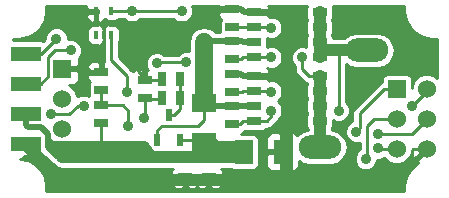
<source format=gtl>
G04 (created by PCBNEW (2013-07-07 BZR 4022)-stable) date 07/07/2014 23:54:26*
%MOIN*%
G04 Gerber Fmt 3.4, Leading zero omitted, Abs format*
%FSLAX34Y34*%
G01*
G70*
G90*
G04 APERTURE LIST*
%ADD10C,0.0019685*%
%ADD11R,0.05X0.025*%
%ADD12R,0.08X0.06*%
%ADD13R,0.045X0.025*%
%ADD14R,0.025X0.045*%
%ADD15R,0.016X0.026*%
%ADD16R,0.06X0.06*%
%ADD17C,0.06*%
%ADD18R,0.06X0.08*%
%ADD19R,0.1X0.05*%
%ADD20O,0.141732X0.0787402*%
%ADD21R,0.0236X0.0394*%
%ADD22C,0.035*%
%ADD23C,0.01*%
%ADD24C,0.02*%
%ADD25C,0.04*%
%ADD26C,0.06*%
G04 APERTURE END LIST*
G54D10*
G54D11*
X81262Y-53620D03*
X81262Y-54120D03*
X81262Y-54620D03*
X81262Y-55120D03*
X83462Y-55120D03*
X83462Y-54620D03*
X83462Y-54120D03*
X83462Y-53620D03*
X81262Y-55746D03*
X81262Y-56246D03*
X81262Y-56746D03*
X81262Y-57246D03*
X83462Y-57246D03*
X83462Y-56746D03*
X83462Y-56246D03*
X83462Y-55746D03*
G54D12*
X79606Y-57933D03*
X79606Y-56633D03*
G54D13*
X80551Y-56284D03*
X80551Y-55684D03*
X80551Y-54118D03*
X80551Y-53518D03*
X80551Y-55181D03*
X80551Y-54581D03*
X80551Y-56747D03*
X80551Y-57347D03*
G54D14*
X78803Y-56456D03*
X78203Y-56456D03*
X78803Y-55826D03*
X78203Y-55826D03*
G54D13*
X76181Y-57307D03*
X76181Y-56707D03*
X76181Y-56205D03*
X76181Y-55605D03*
G54D15*
X75999Y-54376D03*
X76519Y-54376D03*
X76259Y-54376D03*
X76519Y-53576D03*
X75999Y-53576D03*
G54D16*
X74881Y-55496D03*
G54D17*
X74881Y-56496D03*
X74881Y-57496D03*
G54D13*
X77637Y-56481D03*
X77637Y-55881D03*
X78976Y-58518D03*
X78976Y-59118D03*
X79763Y-58518D03*
X79763Y-59118D03*
G54D18*
X80924Y-58267D03*
X82224Y-58267D03*
G54D19*
X73661Y-54996D03*
X73661Y-55996D03*
X73661Y-56996D03*
X73661Y-57996D03*
G54D20*
X85039Y-54881D03*
X83464Y-58110D03*
G54D16*
X86035Y-56165D03*
G54D17*
X86035Y-57165D03*
X86035Y-58165D03*
X87035Y-56165D03*
X87035Y-57165D03*
X87035Y-58165D03*
G54D21*
X78050Y-57856D03*
X78425Y-57024D03*
X78800Y-57856D03*
G54D22*
X86535Y-56732D03*
X77204Y-53582D03*
X78858Y-53582D03*
X76653Y-58425D03*
X84685Y-57598D03*
X85393Y-57677D03*
X79015Y-55275D03*
X78031Y-55314D03*
X85393Y-58149D03*
X75157Y-54881D03*
X85000Y-58503D03*
X75590Y-56732D03*
X74488Y-57007D03*
X77047Y-56259D03*
X74685Y-54488D03*
X77086Y-57401D03*
X77598Y-57125D03*
X81850Y-54133D03*
X81850Y-56259D03*
X84685Y-56141D03*
X86062Y-59212D03*
X86574Y-55354D03*
X85866Y-53818D03*
X82362Y-56496D03*
X82362Y-55629D03*
X82362Y-54566D03*
X81850Y-59212D03*
X82362Y-53661D03*
X80433Y-59212D03*
X75101Y-59471D03*
X77244Y-55078D03*
X81850Y-55118D03*
X82874Y-55118D03*
X84094Y-56889D03*
X81850Y-56889D03*
G54D23*
X86535Y-56732D02*
X87035Y-56232D01*
X87035Y-56165D02*
X87035Y-56232D01*
X76771Y-53582D02*
X76526Y-53582D01*
X77204Y-53582D02*
X76771Y-53582D01*
X76526Y-53582D02*
X76519Y-53576D01*
X78858Y-53582D02*
X77204Y-53582D01*
X76552Y-53543D02*
X76519Y-53576D01*
G54D24*
X74645Y-58110D02*
X74409Y-57874D01*
G54D25*
X77598Y-58110D02*
X77598Y-58149D01*
X75669Y-58110D02*
X77244Y-58110D01*
X77598Y-58110D02*
X77244Y-58110D01*
X77598Y-58149D02*
X77874Y-58425D01*
X74606Y-58110D02*
X74645Y-58110D01*
X74645Y-58110D02*
X75669Y-58110D01*
X75669Y-58110D02*
X75708Y-58149D01*
G54D24*
X74409Y-58110D02*
X74606Y-58110D01*
X74606Y-58110D02*
X74685Y-58110D01*
G54D25*
X79645Y-57874D02*
X79823Y-57933D01*
X80629Y-58110D02*
X80924Y-58267D01*
X80000Y-58110D02*
X80314Y-58110D01*
X80314Y-58110D02*
X80629Y-58110D01*
X79823Y-57933D02*
X80000Y-58110D01*
X76181Y-58425D02*
X74881Y-58425D01*
G54D23*
X78976Y-58518D02*
X79315Y-58518D01*
X79315Y-58518D02*
X79409Y-58425D01*
X79645Y-57874D02*
X79606Y-58228D01*
X79606Y-58228D02*
X79409Y-58425D01*
X78976Y-58518D02*
X79040Y-58518D01*
X79133Y-58425D02*
X78976Y-58518D01*
X79040Y-58518D02*
X79133Y-58425D01*
G54D24*
X73661Y-57362D02*
X73740Y-57440D01*
X74094Y-57440D02*
X74173Y-57440D01*
X74173Y-57440D02*
X74409Y-57677D01*
X74409Y-57677D02*
X74409Y-57874D01*
X73661Y-56996D02*
X73661Y-57362D01*
X73740Y-57440D02*
X74094Y-57440D01*
X74409Y-57874D02*
X74409Y-58110D01*
X74409Y-58110D02*
X74724Y-58425D01*
X74724Y-58425D02*
X74763Y-58425D01*
G54D23*
X76181Y-57307D02*
X76181Y-58425D01*
G54D25*
X76181Y-58425D02*
X76653Y-58425D01*
X79842Y-58425D02*
X80885Y-58425D01*
X79409Y-58425D02*
X79842Y-58425D01*
X80885Y-58425D02*
X80924Y-58385D01*
X77874Y-58425D02*
X78070Y-58425D01*
X78070Y-58425D02*
X79409Y-58425D01*
X76653Y-58425D02*
X77598Y-58425D01*
X77598Y-58425D02*
X77874Y-58425D01*
X77874Y-58425D02*
X77952Y-58425D01*
G54D23*
X77696Y-58425D02*
X77952Y-58425D01*
X77598Y-58522D02*
X77696Y-58425D01*
X76968Y-58522D02*
X77598Y-58522D01*
X79645Y-57874D02*
X78818Y-57874D01*
X78818Y-57874D02*
X78818Y-57874D01*
X85606Y-56165D02*
X86035Y-56165D01*
X84803Y-56968D02*
X85606Y-56165D01*
X84803Y-57480D02*
X84803Y-56968D01*
X84685Y-57598D02*
X84803Y-57480D01*
X85393Y-57677D02*
X86535Y-57677D01*
X87035Y-57177D02*
X87035Y-57165D01*
X86535Y-57677D02*
X87035Y-57177D01*
X78070Y-55275D02*
X79015Y-55275D01*
X78031Y-55314D02*
X78070Y-55275D01*
X85409Y-58165D02*
X86035Y-58165D01*
X85393Y-58149D02*
X85409Y-58165D01*
X74161Y-55996D02*
X73661Y-55996D01*
X74409Y-55748D02*
X74161Y-55996D01*
X74409Y-55118D02*
X74409Y-55748D01*
X74645Y-54881D02*
X74409Y-55118D01*
X75157Y-54881D02*
X74645Y-54881D01*
X86035Y-57165D02*
X85275Y-57165D01*
X85039Y-57401D02*
X85275Y-57165D01*
X85039Y-58464D02*
X85039Y-57401D01*
X85000Y-58503D02*
X85039Y-58464D01*
X85826Y-57165D02*
X86035Y-57165D01*
X75393Y-56732D02*
X75590Y-56732D01*
X75118Y-57007D02*
X75393Y-56732D01*
X74488Y-57007D02*
X75118Y-57007D01*
X77007Y-55708D02*
X77047Y-55748D01*
X76519Y-55220D02*
X77007Y-55708D01*
X76519Y-54376D02*
X76519Y-55220D01*
X77047Y-55748D02*
X77047Y-56259D01*
X74177Y-54996D02*
X74685Y-54488D01*
X74177Y-54996D02*
X73661Y-54996D01*
X76181Y-56205D02*
X76181Y-56707D01*
X76181Y-56707D02*
X76196Y-56692D01*
X76196Y-56692D02*
X76889Y-56692D01*
X76889Y-56692D02*
X77086Y-56889D01*
X77086Y-56889D02*
X77086Y-57401D01*
X77637Y-57125D02*
X77598Y-57125D01*
X77637Y-56496D02*
X77637Y-57125D01*
X78188Y-56496D02*
X77992Y-56496D01*
X77992Y-56496D02*
X77637Y-56496D01*
X81850Y-54133D02*
X81836Y-54120D01*
X81836Y-54120D02*
X81262Y-54120D01*
X81262Y-54120D02*
X80552Y-54120D01*
X80552Y-54120D02*
X80551Y-54118D01*
X81262Y-56246D02*
X81836Y-56246D01*
X81836Y-56246D02*
X81850Y-56259D01*
X80551Y-56284D02*
X80881Y-56284D01*
X80919Y-56246D02*
X81262Y-56246D01*
X80881Y-56284D02*
X80919Y-56246D01*
X85866Y-53818D02*
X86574Y-54527D01*
X86574Y-54527D02*
X86574Y-55354D01*
G54D25*
X82362Y-53818D02*
X82362Y-53661D01*
X82362Y-53661D02*
X82362Y-54566D01*
X82362Y-54566D02*
X82362Y-55629D01*
X82362Y-55629D02*
X82362Y-55903D01*
G54D24*
X80551Y-53518D02*
X79591Y-53518D01*
X79094Y-54015D02*
X76771Y-54015D01*
X79591Y-53518D02*
X79094Y-54015D01*
X81262Y-53620D02*
X80942Y-53620D01*
X80841Y-53518D02*
X80551Y-53518D01*
X80942Y-53620D02*
X80841Y-53518D01*
X81262Y-53620D02*
X82362Y-53620D01*
G54D25*
X82362Y-53818D02*
X82362Y-53582D01*
G54D24*
X82362Y-53620D02*
X82362Y-53582D01*
X81262Y-55746D02*
X82204Y-55746D01*
X82204Y-55746D02*
X82362Y-55903D01*
X80551Y-55684D02*
X80841Y-55684D01*
X80903Y-55746D02*
X81262Y-55746D01*
X80841Y-55684D02*
X80903Y-55746D01*
G54D23*
X85984Y-59212D02*
X86535Y-58661D01*
X86559Y-58165D02*
X87035Y-58165D01*
X86535Y-58188D02*
X86559Y-58165D01*
X86535Y-58661D02*
X86535Y-58188D01*
X82224Y-58385D02*
X82224Y-59114D01*
X82224Y-59114D02*
X82322Y-59212D01*
X79763Y-59118D02*
X79660Y-59118D01*
X79566Y-59212D02*
X79763Y-59118D01*
X79660Y-59118D02*
X79566Y-59212D01*
X82224Y-58385D02*
X82224Y-58129D01*
X82362Y-57992D02*
X82224Y-58385D01*
X82224Y-58129D02*
X82362Y-57992D01*
G54D25*
X80551Y-59212D02*
X81850Y-59212D01*
X81850Y-59212D02*
X82322Y-59212D01*
G54D23*
X82322Y-59212D02*
X85984Y-59212D01*
X85984Y-59212D02*
X85988Y-59212D01*
X80433Y-59212D02*
X80551Y-59212D01*
X75000Y-59370D02*
X75000Y-59212D01*
X75101Y-59471D02*
X75000Y-59370D01*
X79763Y-59118D02*
X79906Y-59118D01*
X79906Y-59118D02*
X80000Y-59212D01*
X78976Y-59118D02*
X78833Y-59118D01*
X78833Y-59118D02*
X78740Y-59212D01*
X76181Y-55605D02*
X75841Y-55605D01*
X75841Y-55605D02*
X75551Y-55314D01*
G54D25*
X73661Y-57996D02*
X73661Y-58031D01*
X74842Y-59212D02*
X75000Y-59212D01*
X73661Y-58031D02*
X74842Y-59212D01*
G54D23*
X75314Y-55535D02*
X74803Y-55535D01*
X75314Y-55535D02*
X75330Y-55535D01*
X76259Y-54606D02*
X76259Y-54376D01*
X75330Y-55535D02*
X75551Y-55314D01*
X75551Y-55314D02*
X75629Y-55236D01*
X75629Y-55236D02*
X76259Y-54606D01*
G54D25*
X76929Y-59212D02*
X78740Y-59212D01*
X78740Y-59212D02*
X80000Y-59212D01*
X80000Y-59212D02*
X80551Y-59212D01*
X82362Y-59173D02*
X82362Y-56496D01*
X82362Y-56496D02*
X82362Y-55903D01*
X82322Y-59212D02*
X82362Y-59173D01*
G54D23*
X76968Y-59114D02*
X77107Y-59114D01*
X77107Y-59114D02*
X77204Y-59212D01*
G54D25*
X76653Y-59212D02*
X76929Y-59212D01*
X76929Y-59212D02*
X77204Y-59212D01*
G54D23*
X76259Y-54133D02*
X76377Y-54015D01*
X76377Y-54015D02*
X76771Y-54015D01*
X76992Y-54237D02*
X77244Y-54237D01*
X77244Y-55078D02*
X77244Y-54237D01*
X76771Y-54015D02*
X76992Y-54237D01*
X76259Y-54376D02*
X76259Y-54133D01*
X75999Y-53873D02*
X75999Y-53576D01*
X76259Y-54133D02*
X75999Y-53873D01*
X77834Y-55866D02*
X77677Y-55866D01*
X77244Y-55354D02*
X77244Y-55078D01*
X77677Y-55866D02*
X77244Y-55354D01*
X77834Y-55866D02*
X78203Y-55866D01*
X75000Y-59291D02*
X75000Y-59212D01*
X75000Y-59212D02*
X75000Y-59291D01*
X75000Y-59291D02*
X75000Y-59212D01*
G54D25*
X75000Y-59212D02*
X76653Y-59212D01*
G54D23*
X78050Y-57856D02*
X78050Y-57540D01*
X79606Y-57204D02*
X79606Y-56633D01*
X79409Y-57401D02*
X79606Y-57204D01*
X78188Y-57401D02*
X79409Y-57401D01*
X78050Y-57540D02*
X78188Y-57401D01*
G54D24*
X80551Y-56747D02*
X79720Y-56747D01*
X79720Y-56747D02*
X79606Y-56633D01*
X81262Y-56746D02*
X80552Y-56746D01*
X80552Y-56746D02*
X80551Y-56747D01*
X80551Y-54581D02*
X79630Y-54581D01*
X79630Y-54581D02*
X79606Y-54606D01*
G54D26*
X79606Y-54606D02*
X79606Y-56633D01*
G54D24*
X81262Y-54620D02*
X80919Y-54620D01*
X80881Y-54581D02*
X80551Y-54581D01*
X80919Y-54620D02*
X80881Y-54581D01*
G54D23*
X81262Y-55120D02*
X80907Y-55120D01*
X80907Y-55120D02*
X80905Y-55118D01*
X83462Y-55746D02*
X83108Y-55746D01*
X81848Y-55120D02*
X81262Y-55120D01*
X81850Y-55118D02*
X81848Y-55120D01*
X82874Y-55511D02*
X82874Y-55118D01*
X83108Y-55746D02*
X82874Y-55511D01*
X83460Y-55748D02*
X83462Y-55746D01*
X80551Y-55181D02*
X80841Y-55181D01*
X80841Y-55181D02*
X80905Y-55118D01*
X80905Y-55118D02*
X80903Y-55120D01*
G54D25*
X83462Y-55944D02*
X83462Y-55746D01*
G54D23*
X83462Y-56246D02*
X83462Y-55944D01*
X83462Y-57246D02*
X83462Y-56746D01*
X83462Y-56746D02*
X83462Y-56246D01*
X83462Y-55746D02*
X83464Y-55748D01*
X83464Y-55748D02*
X83464Y-58110D01*
G54D25*
X83462Y-55903D02*
X83462Y-56403D01*
X83462Y-56403D02*
X83462Y-56903D01*
X83462Y-56903D02*
X83462Y-57403D01*
X83462Y-57403D02*
X83462Y-57403D01*
X83462Y-57403D02*
X83462Y-58114D01*
G54D23*
X83462Y-56403D02*
X83462Y-56903D01*
X83462Y-56903D02*
X83462Y-57403D01*
X83462Y-54120D02*
X83462Y-53620D01*
X83462Y-54620D02*
X83462Y-54120D01*
X83462Y-55120D02*
X83462Y-54620D01*
X80551Y-57347D02*
X80802Y-57347D01*
X80903Y-57246D02*
X81262Y-57246D01*
X80802Y-57347D02*
X80903Y-57246D01*
G54D25*
X83462Y-54921D02*
X83462Y-55120D01*
X83462Y-53620D02*
X83462Y-53923D01*
X83462Y-54423D02*
X83462Y-54921D01*
X83462Y-53923D02*
X83462Y-54423D01*
X83462Y-54921D02*
X83462Y-54923D01*
X83462Y-54923D02*
X83499Y-54885D01*
X83499Y-54885D02*
X84094Y-54885D01*
G54D23*
X81262Y-57246D02*
X81690Y-57246D01*
X84094Y-56889D02*
X84094Y-54885D01*
X81850Y-57086D02*
X81850Y-56889D01*
X81690Y-57246D02*
X81850Y-57086D01*
G54D25*
X84094Y-54885D02*
X85037Y-54885D01*
G54D23*
X78425Y-57024D02*
X78604Y-57024D01*
X78803Y-56825D02*
X78803Y-56456D01*
X78604Y-57024D02*
X78803Y-56825D01*
X78803Y-56535D02*
X78803Y-55866D01*
X78803Y-56629D02*
X78803Y-56535D01*
G54D10*
G36*
X78261Y-55876D02*
X78253Y-55876D01*
X78253Y-55884D01*
X78153Y-55884D01*
X78153Y-55876D01*
X78146Y-55876D01*
X78146Y-55776D01*
X78153Y-55776D01*
X78153Y-55768D01*
X78253Y-55768D01*
X78253Y-55776D01*
X78261Y-55776D01*
X78261Y-55876D01*
X78261Y-55876D01*
G37*
G54D23*
X78261Y-55876D02*
X78253Y-55876D01*
X78253Y-55884D01*
X78153Y-55884D01*
X78153Y-55876D01*
X78146Y-55876D01*
X78146Y-55776D01*
X78153Y-55776D01*
X78153Y-55768D01*
X78253Y-55768D01*
X78253Y-55776D01*
X78261Y-55776D01*
X78261Y-55876D01*
G54D10*
G36*
X80609Y-53568D02*
X80601Y-53568D01*
X80601Y-53576D01*
X80501Y-53576D01*
X80501Y-53568D01*
X80138Y-53568D01*
X80076Y-53631D01*
X80076Y-53693D01*
X80114Y-53785D01*
X80182Y-53854D01*
X80156Y-53880D01*
X80126Y-53953D01*
X80126Y-54033D01*
X80126Y-54281D01*
X79979Y-54281D01*
X79959Y-54252D01*
X79797Y-54144D01*
X79606Y-54106D01*
X79414Y-54144D01*
X79252Y-54252D01*
X79144Y-54414D01*
X79106Y-54606D01*
X79106Y-54907D01*
X79090Y-54900D01*
X78941Y-54900D01*
X78803Y-54957D01*
X78735Y-55025D01*
X78272Y-55025D01*
X78244Y-54997D01*
X78106Y-54940D01*
X77957Y-54939D01*
X77819Y-54996D01*
X77713Y-55102D01*
X77656Y-55240D01*
X77656Y-55389D01*
X77713Y-55527D01*
X77721Y-55535D01*
X77687Y-55568D01*
X77687Y-55831D01*
X77695Y-55831D01*
X77695Y-55931D01*
X77687Y-55931D01*
X77687Y-55938D01*
X77587Y-55938D01*
X77587Y-55931D01*
X77579Y-55931D01*
X77579Y-55831D01*
X77587Y-55831D01*
X77587Y-55568D01*
X77525Y-55506D01*
X77462Y-55506D01*
X77362Y-55506D01*
X77270Y-55544D01*
X77232Y-55583D01*
X77224Y-55571D01*
X77184Y-55531D01*
X76769Y-55117D01*
X76769Y-54618D01*
X76799Y-54546D01*
X76799Y-54466D01*
X76799Y-54206D01*
X76769Y-54133D01*
X76713Y-54076D01*
X76639Y-54046D01*
X76560Y-54046D01*
X76493Y-54046D01*
X76481Y-54034D01*
X76389Y-53996D01*
X76362Y-53996D01*
X76299Y-54058D01*
X76299Y-54103D01*
X76270Y-54132D01*
X76259Y-54158D01*
X76249Y-54133D01*
X76219Y-54103D01*
X76219Y-54058D01*
X76157Y-53996D01*
X76130Y-53996D01*
X76038Y-54034D01*
X76026Y-54046D01*
X75959Y-54046D01*
X75959Y-53893D01*
X75959Y-53626D01*
X75732Y-53626D01*
X75669Y-53688D01*
X75669Y-53656D01*
X75669Y-53756D01*
X75708Y-53848D01*
X75778Y-53918D01*
X75870Y-53956D01*
X75897Y-53956D01*
X75959Y-53893D01*
X75959Y-54046D01*
X75880Y-54046D01*
X75806Y-54076D01*
X75750Y-54132D01*
X75719Y-54206D01*
X75719Y-54285D01*
X75719Y-54545D01*
X75750Y-54619D01*
X75806Y-54675D01*
X75879Y-54706D01*
X75959Y-54706D01*
X76026Y-54706D01*
X76038Y-54718D01*
X76130Y-54756D01*
X76157Y-54756D01*
X76219Y-54693D01*
X76219Y-54649D01*
X76249Y-54619D01*
X76259Y-54594D01*
X76269Y-54618D01*
X76269Y-55220D01*
X76275Y-55248D01*
X76231Y-55293D01*
X76231Y-55555D01*
X76238Y-55555D01*
X76238Y-55655D01*
X76231Y-55655D01*
X76231Y-55663D01*
X76131Y-55663D01*
X76131Y-55655D01*
X76131Y-55555D01*
X76131Y-55293D01*
X76068Y-55230D01*
X76005Y-55230D01*
X75906Y-55230D01*
X75814Y-55268D01*
X75744Y-55339D01*
X75706Y-55431D01*
X75706Y-55493D01*
X75768Y-55555D01*
X76131Y-55555D01*
X76131Y-55655D01*
X75768Y-55655D01*
X75706Y-55718D01*
X75706Y-55780D01*
X75744Y-55871D01*
X75812Y-55940D01*
X75786Y-55967D01*
X75756Y-56040D01*
X75756Y-56120D01*
X75756Y-56370D01*
X75768Y-56400D01*
X75665Y-56357D01*
X75516Y-56357D01*
X75381Y-56412D01*
X75381Y-56397D01*
X75306Y-56213D01*
X75165Y-56072D01*
X75102Y-56046D01*
X75132Y-56046D01*
X75231Y-56046D01*
X75323Y-56007D01*
X75393Y-55937D01*
X75431Y-55845D01*
X75431Y-55608D01*
X75369Y-55546D01*
X74931Y-55546D01*
X74931Y-55553D01*
X74831Y-55553D01*
X74831Y-55546D01*
X74824Y-55546D01*
X74824Y-55446D01*
X74831Y-55446D01*
X74831Y-55438D01*
X74931Y-55438D01*
X74931Y-55446D01*
X75369Y-55446D01*
X75431Y-55383D01*
X75431Y-55146D01*
X75429Y-55140D01*
X75475Y-55094D01*
X75532Y-54956D01*
X75532Y-54807D01*
X75475Y-54669D01*
X75370Y-54564D01*
X75232Y-54506D01*
X75083Y-54506D01*
X75060Y-54516D01*
X75060Y-54413D01*
X75003Y-54276D01*
X74897Y-54170D01*
X74759Y-54113D01*
X74610Y-54113D01*
X74472Y-54170D01*
X74367Y-54275D01*
X74310Y-54413D01*
X74310Y-54509D01*
X74252Y-54567D01*
X74201Y-54546D01*
X74121Y-54546D01*
X73251Y-54546D01*
X73251Y-54511D01*
X73385Y-54511D01*
X73407Y-54506D01*
X73428Y-54506D01*
X73713Y-54449D01*
X73715Y-54449D01*
X73794Y-54416D01*
X74035Y-54255D01*
X74036Y-54255D01*
X74097Y-54194D01*
X74259Y-53951D01*
X74292Y-53872D01*
X74292Y-53871D01*
X74349Y-53586D01*
X74349Y-53563D01*
X74353Y-53543D01*
X74353Y-53408D01*
X75669Y-53408D01*
X75669Y-53495D01*
X75669Y-53463D01*
X75732Y-53526D01*
X75959Y-53526D01*
X75959Y-53518D01*
X76039Y-53518D01*
X76039Y-53526D01*
X76057Y-53526D01*
X76057Y-53626D01*
X76039Y-53626D01*
X76039Y-53893D01*
X76102Y-53956D01*
X76129Y-53956D01*
X76221Y-53918D01*
X76291Y-53848D01*
X76293Y-53843D01*
X76326Y-53875D01*
X76399Y-53906D01*
X76479Y-53906D01*
X76639Y-53906D01*
X76712Y-53876D01*
X76756Y-53832D01*
X76771Y-53832D01*
X76924Y-53832D01*
X76992Y-53900D01*
X77129Y-53957D01*
X77278Y-53957D01*
X77416Y-53900D01*
X77485Y-53832D01*
X78577Y-53832D01*
X78645Y-53900D01*
X78783Y-53957D01*
X78932Y-53957D01*
X79070Y-53900D01*
X79175Y-53795D01*
X79233Y-53657D01*
X79233Y-53508D01*
X79192Y-53408D01*
X80078Y-53408D01*
X80138Y-53468D01*
X80501Y-53468D01*
X80501Y-53461D01*
X80601Y-53461D01*
X80601Y-53468D01*
X80609Y-53468D01*
X80609Y-53568D01*
X80609Y-53568D01*
G37*
G54D23*
X80609Y-53568D02*
X80601Y-53568D01*
X80601Y-53576D01*
X80501Y-53576D01*
X80501Y-53568D01*
X80138Y-53568D01*
X80076Y-53631D01*
X80076Y-53693D01*
X80114Y-53785D01*
X80182Y-53854D01*
X80156Y-53880D01*
X80126Y-53953D01*
X80126Y-54033D01*
X80126Y-54281D01*
X79979Y-54281D01*
X79959Y-54252D01*
X79797Y-54144D01*
X79606Y-54106D01*
X79414Y-54144D01*
X79252Y-54252D01*
X79144Y-54414D01*
X79106Y-54606D01*
X79106Y-54907D01*
X79090Y-54900D01*
X78941Y-54900D01*
X78803Y-54957D01*
X78735Y-55025D01*
X78272Y-55025D01*
X78244Y-54997D01*
X78106Y-54940D01*
X77957Y-54939D01*
X77819Y-54996D01*
X77713Y-55102D01*
X77656Y-55240D01*
X77656Y-55389D01*
X77713Y-55527D01*
X77721Y-55535D01*
X77687Y-55568D01*
X77687Y-55831D01*
X77695Y-55831D01*
X77695Y-55931D01*
X77687Y-55931D01*
X77687Y-55938D01*
X77587Y-55938D01*
X77587Y-55931D01*
X77579Y-55931D01*
X77579Y-55831D01*
X77587Y-55831D01*
X77587Y-55568D01*
X77525Y-55506D01*
X77462Y-55506D01*
X77362Y-55506D01*
X77270Y-55544D01*
X77232Y-55583D01*
X77224Y-55571D01*
X77184Y-55531D01*
X76769Y-55117D01*
X76769Y-54618D01*
X76799Y-54546D01*
X76799Y-54466D01*
X76799Y-54206D01*
X76769Y-54133D01*
X76713Y-54076D01*
X76639Y-54046D01*
X76560Y-54046D01*
X76493Y-54046D01*
X76481Y-54034D01*
X76389Y-53996D01*
X76362Y-53996D01*
X76299Y-54058D01*
X76299Y-54103D01*
X76270Y-54132D01*
X76259Y-54158D01*
X76249Y-54133D01*
X76219Y-54103D01*
X76219Y-54058D01*
X76157Y-53996D01*
X76130Y-53996D01*
X76038Y-54034D01*
X76026Y-54046D01*
X75959Y-54046D01*
X75959Y-53893D01*
X75959Y-53626D01*
X75732Y-53626D01*
X75669Y-53688D01*
X75669Y-53656D01*
X75669Y-53756D01*
X75708Y-53848D01*
X75778Y-53918D01*
X75870Y-53956D01*
X75897Y-53956D01*
X75959Y-53893D01*
X75959Y-54046D01*
X75880Y-54046D01*
X75806Y-54076D01*
X75750Y-54132D01*
X75719Y-54206D01*
X75719Y-54285D01*
X75719Y-54545D01*
X75750Y-54619D01*
X75806Y-54675D01*
X75879Y-54706D01*
X75959Y-54706D01*
X76026Y-54706D01*
X76038Y-54718D01*
X76130Y-54756D01*
X76157Y-54756D01*
X76219Y-54693D01*
X76219Y-54649D01*
X76249Y-54619D01*
X76259Y-54594D01*
X76269Y-54618D01*
X76269Y-55220D01*
X76275Y-55248D01*
X76231Y-55293D01*
X76231Y-55555D01*
X76238Y-55555D01*
X76238Y-55655D01*
X76231Y-55655D01*
X76231Y-55663D01*
X76131Y-55663D01*
X76131Y-55655D01*
X76131Y-55555D01*
X76131Y-55293D01*
X76068Y-55230D01*
X76005Y-55230D01*
X75906Y-55230D01*
X75814Y-55268D01*
X75744Y-55339D01*
X75706Y-55431D01*
X75706Y-55493D01*
X75768Y-55555D01*
X76131Y-55555D01*
X76131Y-55655D01*
X75768Y-55655D01*
X75706Y-55718D01*
X75706Y-55780D01*
X75744Y-55871D01*
X75812Y-55940D01*
X75786Y-55967D01*
X75756Y-56040D01*
X75756Y-56120D01*
X75756Y-56370D01*
X75768Y-56400D01*
X75665Y-56357D01*
X75516Y-56357D01*
X75381Y-56412D01*
X75381Y-56397D01*
X75306Y-56213D01*
X75165Y-56072D01*
X75102Y-56046D01*
X75132Y-56046D01*
X75231Y-56046D01*
X75323Y-56007D01*
X75393Y-55937D01*
X75431Y-55845D01*
X75431Y-55608D01*
X75369Y-55546D01*
X74931Y-55546D01*
X74931Y-55553D01*
X74831Y-55553D01*
X74831Y-55546D01*
X74824Y-55546D01*
X74824Y-55446D01*
X74831Y-55446D01*
X74831Y-55438D01*
X74931Y-55438D01*
X74931Y-55446D01*
X75369Y-55446D01*
X75431Y-55383D01*
X75431Y-55146D01*
X75429Y-55140D01*
X75475Y-55094D01*
X75532Y-54956D01*
X75532Y-54807D01*
X75475Y-54669D01*
X75370Y-54564D01*
X75232Y-54506D01*
X75083Y-54506D01*
X75060Y-54516D01*
X75060Y-54413D01*
X75003Y-54276D01*
X74897Y-54170D01*
X74759Y-54113D01*
X74610Y-54113D01*
X74472Y-54170D01*
X74367Y-54275D01*
X74310Y-54413D01*
X74310Y-54509D01*
X74252Y-54567D01*
X74201Y-54546D01*
X74121Y-54546D01*
X73251Y-54546D01*
X73251Y-54511D01*
X73385Y-54511D01*
X73407Y-54506D01*
X73428Y-54506D01*
X73713Y-54449D01*
X73715Y-54449D01*
X73794Y-54416D01*
X74035Y-54255D01*
X74036Y-54255D01*
X74097Y-54194D01*
X74259Y-53951D01*
X74292Y-53872D01*
X74292Y-53871D01*
X74349Y-53586D01*
X74349Y-53563D01*
X74353Y-53543D01*
X74353Y-53408D01*
X75669Y-53408D01*
X75669Y-53495D01*
X75669Y-53463D01*
X75732Y-53526D01*
X75959Y-53526D01*
X75959Y-53518D01*
X76039Y-53518D01*
X76039Y-53526D01*
X76057Y-53526D01*
X76057Y-53626D01*
X76039Y-53626D01*
X76039Y-53893D01*
X76102Y-53956D01*
X76129Y-53956D01*
X76221Y-53918D01*
X76291Y-53848D01*
X76293Y-53843D01*
X76326Y-53875D01*
X76399Y-53906D01*
X76479Y-53906D01*
X76639Y-53906D01*
X76712Y-53876D01*
X76756Y-53832D01*
X76771Y-53832D01*
X76924Y-53832D01*
X76992Y-53900D01*
X77129Y-53957D01*
X77278Y-53957D01*
X77416Y-53900D01*
X77485Y-53832D01*
X78577Y-53832D01*
X78645Y-53900D01*
X78783Y-53957D01*
X78932Y-53957D01*
X79070Y-53900D01*
X79175Y-53795D01*
X79233Y-53657D01*
X79233Y-53508D01*
X79192Y-53408D01*
X80078Y-53408D01*
X80138Y-53468D01*
X80501Y-53468D01*
X80501Y-53461D01*
X80601Y-53461D01*
X80601Y-53468D01*
X80609Y-53468D01*
X80609Y-53568D01*
G54D10*
G36*
X80609Y-55734D02*
X80601Y-55734D01*
X80601Y-55742D01*
X80501Y-55742D01*
X80501Y-55734D01*
X80493Y-55734D01*
X80493Y-55634D01*
X80501Y-55634D01*
X80501Y-55626D01*
X80601Y-55626D01*
X80601Y-55634D01*
X80609Y-55634D01*
X80609Y-55734D01*
X80609Y-55734D01*
G37*
G54D23*
X80609Y-55734D02*
X80601Y-55734D01*
X80601Y-55742D01*
X80501Y-55742D01*
X80501Y-55734D01*
X80493Y-55734D01*
X80493Y-55634D01*
X80501Y-55634D01*
X80501Y-55626D01*
X80601Y-55626D01*
X80601Y-55634D01*
X80609Y-55634D01*
X80609Y-55734D01*
G54D10*
G36*
X87378Y-55801D02*
X87319Y-55741D01*
X87135Y-55665D01*
X86936Y-55665D01*
X86752Y-55741D01*
X86611Y-55881D01*
X86535Y-56065D01*
X86535Y-56125D01*
X86535Y-55825D01*
X86505Y-55752D01*
X86448Y-55695D01*
X86375Y-55665D01*
X86295Y-55665D01*
X85695Y-55665D01*
X85622Y-55695D01*
X85565Y-55751D01*
X85535Y-55825D01*
X85535Y-55904D01*
X85535Y-55929D01*
X85510Y-55934D01*
X85429Y-55988D01*
X85429Y-55988D01*
X84626Y-56791D01*
X84572Y-56872D01*
X84553Y-56968D01*
X84553Y-57247D01*
X84472Y-57280D01*
X84367Y-57385D01*
X84310Y-57523D01*
X84309Y-57672D01*
X84366Y-57810D01*
X84472Y-57916D01*
X84610Y-57973D01*
X84759Y-57973D01*
X84789Y-57961D01*
X84789Y-58185D01*
X84787Y-58185D01*
X84682Y-58291D01*
X84625Y-58429D01*
X84624Y-58578D01*
X84681Y-58716D01*
X84787Y-58821D01*
X84925Y-58878D01*
X85074Y-58879D01*
X85212Y-58822D01*
X85317Y-58716D01*
X85374Y-58578D01*
X85374Y-58524D01*
X85467Y-58524D01*
X85605Y-58467D01*
X85618Y-58455D01*
X85751Y-58588D01*
X85935Y-58665D01*
X86134Y-58665D01*
X86318Y-58589D01*
X86459Y-58448D01*
X86505Y-58336D01*
X86554Y-58453D01*
X86649Y-58480D01*
X86964Y-58165D01*
X86959Y-58159D01*
X87029Y-58089D01*
X87035Y-58094D01*
X87041Y-58089D01*
X87111Y-58159D01*
X87106Y-58165D01*
X87111Y-58170D01*
X87041Y-58241D01*
X87035Y-58236D01*
X86720Y-58551D01*
X86744Y-58635D01*
X86592Y-58737D01*
X86532Y-58797D01*
X86531Y-58799D01*
X86370Y-59040D01*
X86337Y-59119D01*
X86337Y-59120D01*
X86280Y-59405D01*
X86280Y-59427D01*
X86276Y-59448D01*
X86276Y-59583D01*
X82174Y-59583D01*
X82174Y-58855D01*
X82174Y-58317D01*
X82174Y-58217D01*
X82174Y-57680D01*
X82112Y-57617D01*
X81875Y-57617D01*
X81783Y-57655D01*
X81712Y-57725D01*
X81674Y-57817D01*
X81674Y-57917D01*
X81674Y-58155D01*
X81737Y-58217D01*
X82174Y-58217D01*
X82174Y-58317D01*
X81737Y-58317D01*
X81674Y-58380D01*
X81674Y-58618D01*
X81674Y-58717D01*
X81712Y-58809D01*
X81783Y-58879D01*
X81875Y-58917D01*
X82112Y-58917D01*
X82174Y-58855D01*
X82174Y-59583D01*
X80238Y-59583D01*
X80238Y-59293D01*
X80238Y-59231D01*
X80176Y-59168D01*
X79813Y-59168D01*
X79813Y-59431D01*
X79876Y-59493D01*
X79939Y-59493D01*
X80038Y-59493D01*
X80130Y-59455D01*
X80200Y-59385D01*
X80238Y-59293D01*
X80238Y-59583D01*
X79713Y-59583D01*
X79713Y-59431D01*
X79713Y-59168D01*
X79388Y-59168D01*
X79351Y-59168D01*
X79026Y-59168D01*
X79026Y-59431D01*
X79088Y-59493D01*
X79151Y-59493D01*
X79251Y-59493D01*
X79343Y-59455D01*
X79370Y-59428D01*
X79396Y-59455D01*
X79488Y-59493D01*
X79588Y-59493D01*
X79651Y-59493D01*
X79713Y-59431D01*
X79713Y-59583D01*
X78926Y-59583D01*
X78926Y-59431D01*
X78926Y-59168D01*
X78563Y-59168D01*
X78501Y-59231D01*
X78501Y-59293D01*
X78539Y-59385D01*
X78609Y-59455D01*
X78701Y-59493D01*
X78800Y-59493D01*
X78863Y-59493D01*
X78926Y-59431D01*
X78926Y-59583D01*
X74353Y-59583D01*
X74353Y-59448D01*
X74349Y-59428D01*
X74349Y-59405D01*
X74292Y-59120D01*
X74292Y-59119D01*
X74259Y-59040D01*
X74097Y-58797D01*
X74036Y-58737D01*
X74035Y-58736D01*
X73794Y-58575D01*
X73715Y-58542D01*
X73713Y-58542D01*
X73482Y-58496D01*
X73548Y-58496D01*
X73611Y-58433D01*
X73611Y-58396D01*
X73711Y-58396D01*
X73711Y-58433D01*
X73773Y-58496D01*
X74111Y-58496D01*
X74211Y-58496D01*
X74303Y-58457D01*
X74318Y-58443D01*
X74512Y-58637D01*
X74512Y-58637D01*
X74583Y-58685D01*
X74599Y-58708D01*
X74728Y-58794D01*
X74881Y-58825D01*
X76181Y-58825D01*
X76653Y-58825D01*
X77598Y-58825D01*
X77874Y-58825D01*
X77952Y-58825D01*
X78070Y-58825D01*
X78566Y-58825D01*
X78539Y-58852D01*
X78501Y-58944D01*
X78501Y-59006D01*
X78563Y-59068D01*
X78926Y-59068D01*
X78926Y-59061D01*
X79026Y-59061D01*
X79026Y-59068D01*
X79351Y-59068D01*
X79388Y-59068D01*
X79713Y-59068D01*
X79713Y-59061D01*
X79813Y-59061D01*
X79813Y-59068D01*
X80176Y-59068D01*
X80238Y-59006D01*
X80238Y-58944D01*
X80200Y-58852D01*
X80173Y-58825D01*
X80499Y-58825D01*
X80511Y-58837D01*
X80584Y-58867D01*
X80664Y-58867D01*
X81264Y-58867D01*
X81337Y-58837D01*
X81394Y-58781D01*
X81424Y-58707D01*
X81424Y-58628D01*
X81424Y-57828D01*
X81394Y-57754D01*
X81338Y-57698D01*
X81264Y-57667D01*
X81185Y-57667D01*
X80826Y-57667D01*
X80889Y-57641D01*
X80945Y-57585D01*
X80954Y-57563D01*
X80972Y-57571D01*
X81051Y-57571D01*
X81551Y-57571D01*
X81625Y-57540D01*
X81670Y-57496D01*
X81690Y-57496D01*
X81786Y-57477D01*
X81867Y-57422D01*
X82027Y-57263D01*
X82027Y-57263D01*
X82027Y-57263D01*
X82059Y-57214D01*
X82067Y-57202D01*
X82067Y-57202D01*
X82168Y-57102D01*
X82225Y-56964D01*
X82225Y-56815D01*
X82168Y-56677D01*
X82065Y-56574D01*
X82168Y-56472D01*
X82225Y-56334D01*
X82225Y-56185D01*
X82168Y-56047D01*
X82063Y-55942D01*
X81925Y-55884D01*
X81776Y-55884D01*
X81762Y-55890D01*
X81762Y-55858D01*
X81699Y-55796D01*
X81312Y-55796D01*
X81312Y-55803D01*
X81212Y-55803D01*
X81212Y-55796D01*
X81204Y-55796D01*
X81204Y-55696D01*
X81212Y-55696D01*
X81212Y-55688D01*
X81312Y-55688D01*
X81312Y-55696D01*
X81699Y-55696D01*
X81762Y-55633D01*
X81762Y-55571D01*
X81724Y-55479D01*
X81710Y-55466D01*
X81775Y-55493D01*
X81924Y-55493D01*
X82062Y-55436D01*
X82168Y-55330D01*
X82225Y-55193D01*
X82225Y-55043D01*
X82168Y-54905D01*
X82063Y-54800D01*
X81925Y-54743D01*
X81776Y-54743D01*
X81712Y-54769D01*
X81712Y-54705D01*
X81712Y-54482D01*
X81775Y-54508D01*
X81924Y-54508D01*
X82062Y-54451D01*
X82168Y-54346D01*
X82225Y-54208D01*
X82225Y-54059D01*
X82168Y-53921D01*
X82063Y-53816D01*
X81925Y-53758D01*
X81776Y-53758D01*
X81762Y-53764D01*
X81762Y-53732D01*
X81699Y-53670D01*
X81312Y-53670D01*
X81312Y-53677D01*
X81212Y-53677D01*
X81212Y-53670D01*
X81204Y-53670D01*
X81204Y-53570D01*
X81212Y-53570D01*
X81212Y-53562D01*
X81312Y-53562D01*
X81312Y-53570D01*
X81699Y-53570D01*
X81762Y-53507D01*
X81762Y-53445D01*
X81746Y-53408D01*
X83031Y-53408D01*
X83012Y-53455D01*
X83012Y-53534D01*
X83012Y-53784D01*
X83042Y-53858D01*
X83054Y-53870D01*
X83042Y-53881D01*
X83012Y-53955D01*
X83012Y-54034D01*
X83012Y-54284D01*
X83042Y-54358D01*
X83054Y-54370D01*
X83042Y-54381D01*
X83012Y-54455D01*
X83012Y-54534D01*
X83012Y-54769D01*
X82948Y-54743D01*
X82799Y-54743D01*
X82661Y-54800D01*
X82556Y-54905D01*
X82499Y-55043D01*
X82498Y-55192D01*
X82555Y-55330D01*
X82624Y-55398D01*
X82624Y-55511D01*
X82643Y-55607D01*
X82697Y-55688D01*
X82931Y-55922D01*
X83012Y-55977D01*
X83042Y-55982D01*
X83042Y-55984D01*
X83054Y-55996D01*
X83042Y-56007D01*
X83012Y-56081D01*
X83012Y-56160D01*
X83012Y-56410D01*
X83042Y-56484D01*
X83054Y-56496D01*
X83042Y-56507D01*
X83012Y-56581D01*
X83012Y-56660D01*
X83012Y-56910D01*
X83042Y-56984D01*
X83054Y-56996D01*
X83042Y-57007D01*
X83012Y-57081D01*
X83012Y-57160D01*
X83012Y-57410D01*
X83042Y-57484D01*
X83062Y-57504D01*
X83062Y-57530D01*
X82904Y-57561D01*
X82711Y-57690D01*
X82707Y-57696D01*
X82666Y-57655D01*
X82574Y-57617D01*
X82337Y-57617D01*
X82274Y-57680D01*
X82274Y-58217D01*
X82282Y-58217D01*
X82282Y-58317D01*
X82274Y-58317D01*
X82274Y-58855D01*
X82337Y-58917D01*
X82574Y-58917D01*
X82666Y-58879D01*
X82736Y-58809D01*
X82774Y-58717D01*
X82774Y-58618D01*
X82774Y-58572D01*
X82904Y-58658D01*
X83131Y-58703D01*
X83797Y-58703D01*
X84024Y-58658D01*
X84217Y-58530D01*
X84345Y-58337D01*
X84391Y-58110D01*
X84345Y-57883D01*
X84217Y-57690D01*
X84024Y-57561D01*
X83862Y-57529D01*
X83862Y-57503D01*
X83881Y-57484D01*
X83912Y-57411D01*
X83912Y-57331D01*
X83912Y-57220D01*
X84019Y-57264D01*
X84168Y-57264D01*
X84306Y-57207D01*
X84412Y-57102D01*
X84469Y-56964D01*
X84469Y-56815D01*
X84412Y-56677D01*
X84344Y-56609D01*
X84344Y-55340D01*
X84479Y-55430D01*
X84706Y-55475D01*
X85372Y-55475D01*
X85599Y-55430D01*
X85791Y-55301D01*
X85920Y-55109D01*
X85965Y-54881D01*
X85920Y-54654D01*
X85791Y-54462D01*
X85599Y-54333D01*
X85372Y-54288D01*
X84706Y-54288D01*
X84479Y-54333D01*
X84286Y-54462D01*
X84270Y-54485D01*
X84094Y-54485D01*
X83912Y-54485D01*
X83912Y-54455D01*
X83881Y-54381D01*
X83870Y-54370D01*
X83881Y-54358D01*
X83912Y-54285D01*
X83912Y-54205D01*
X83912Y-53955D01*
X83881Y-53881D01*
X83870Y-53870D01*
X83881Y-53858D01*
X83912Y-53785D01*
X83912Y-53705D01*
X83912Y-53455D01*
X83892Y-53408D01*
X86276Y-53408D01*
X86276Y-53543D01*
X86280Y-53564D01*
X86280Y-53586D01*
X86337Y-53871D01*
X86337Y-53872D01*
X86370Y-53951D01*
X86531Y-54192D01*
X86532Y-54194D01*
X86592Y-54254D01*
X86835Y-54417D01*
X86914Y-54450D01*
X86915Y-54450D01*
X87200Y-54507D01*
X87224Y-54507D01*
X87244Y-54511D01*
X87378Y-54511D01*
X87378Y-55801D01*
X87378Y-55801D01*
G37*
G54D23*
X87378Y-55801D02*
X87319Y-55741D01*
X87135Y-55665D01*
X86936Y-55665D01*
X86752Y-55741D01*
X86611Y-55881D01*
X86535Y-56065D01*
X86535Y-56125D01*
X86535Y-55825D01*
X86505Y-55752D01*
X86448Y-55695D01*
X86375Y-55665D01*
X86295Y-55665D01*
X85695Y-55665D01*
X85622Y-55695D01*
X85565Y-55751D01*
X85535Y-55825D01*
X85535Y-55904D01*
X85535Y-55929D01*
X85510Y-55934D01*
X85429Y-55988D01*
X85429Y-55988D01*
X84626Y-56791D01*
X84572Y-56872D01*
X84553Y-56968D01*
X84553Y-57247D01*
X84472Y-57280D01*
X84367Y-57385D01*
X84310Y-57523D01*
X84309Y-57672D01*
X84366Y-57810D01*
X84472Y-57916D01*
X84610Y-57973D01*
X84759Y-57973D01*
X84789Y-57961D01*
X84789Y-58185D01*
X84787Y-58185D01*
X84682Y-58291D01*
X84625Y-58429D01*
X84624Y-58578D01*
X84681Y-58716D01*
X84787Y-58821D01*
X84925Y-58878D01*
X85074Y-58879D01*
X85212Y-58822D01*
X85317Y-58716D01*
X85374Y-58578D01*
X85374Y-58524D01*
X85467Y-58524D01*
X85605Y-58467D01*
X85618Y-58455D01*
X85751Y-58588D01*
X85935Y-58665D01*
X86134Y-58665D01*
X86318Y-58589D01*
X86459Y-58448D01*
X86505Y-58336D01*
X86554Y-58453D01*
X86649Y-58480D01*
X86964Y-58165D01*
X86959Y-58159D01*
X87029Y-58089D01*
X87035Y-58094D01*
X87041Y-58089D01*
X87111Y-58159D01*
X87106Y-58165D01*
X87111Y-58170D01*
X87041Y-58241D01*
X87035Y-58236D01*
X86720Y-58551D01*
X86744Y-58635D01*
X86592Y-58737D01*
X86532Y-58797D01*
X86531Y-58799D01*
X86370Y-59040D01*
X86337Y-59119D01*
X86337Y-59120D01*
X86280Y-59405D01*
X86280Y-59427D01*
X86276Y-59448D01*
X86276Y-59583D01*
X82174Y-59583D01*
X82174Y-58855D01*
X82174Y-58317D01*
X82174Y-58217D01*
X82174Y-57680D01*
X82112Y-57617D01*
X81875Y-57617D01*
X81783Y-57655D01*
X81712Y-57725D01*
X81674Y-57817D01*
X81674Y-57917D01*
X81674Y-58155D01*
X81737Y-58217D01*
X82174Y-58217D01*
X82174Y-58317D01*
X81737Y-58317D01*
X81674Y-58380D01*
X81674Y-58618D01*
X81674Y-58717D01*
X81712Y-58809D01*
X81783Y-58879D01*
X81875Y-58917D01*
X82112Y-58917D01*
X82174Y-58855D01*
X82174Y-59583D01*
X80238Y-59583D01*
X80238Y-59293D01*
X80238Y-59231D01*
X80176Y-59168D01*
X79813Y-59168D01*
X79813Y-59431D01*
X79876Y-59493D01*
X79939Y-59493D01*
X80038Y-59493D01*
X80130Y-59455D01*
X80200Y-59385D01*
X80238Y-59293D01*
X80238Y-59583D01*
X79713Y-59583D01*
X79713Y-59431D01*
X79713Y-59168D01*
X79388Y-59168D01*
X79351Y-59168D01*
X79026Y-59168D01*
X79026Y-59431D01*
X79088Y-59493D01*
X79151Y-59493D01*
X79251Y-59493D01*
X79343Y-59455D01*
X79370Y-59428D01*
X79396Y-59455D01*
X79488Y-59493D01*
X79588Y-59493D01*
X79651Y-59493D01*
X79713Y-59431D01*
X79713Y-59583D01*
X78926Y-59583D01*
X78926Y-59431D01*
X78926Y-59168D01*
X78563Y-59168D01*
X78501Y-59231D01*
X78501Y-59293D01*
X78539Y-59385D01*
X78609Y-59455D01*
X78701Y-59493D01*
X78800Y-59493D01*
X78863Y-59493D01*
X78926Y-59431D01*
X78926Y-59583D01*
X74353Y-59583D01*
X74353Y-59448D01*
X74349Y-59428D01*
X74349Y-59405D01*
X74292Y-59120D01*
X74292Y-59119D01*
X74259Y-59040D01*
X74097Y-58797D01*
X74036Y-58737D01*
X74035Y-58736D01*
X73794Y-58575D01*
X73715Y-58542D01*
X73713Y-58542D01*
X73482Y-58496D01*
X73548Y-58496D01*
X73611Y-58433D01*
X73611Y-58396D01*
X73711Y-58396D01*
X73711Y-58433D01*
X73773Y-58496D01*
X74111Y-58496D01*
X74211Y-58496D01*
X74303Y-58457D01*
X74318Y-58443D01*
X74512Y-58637D01*
X74512Y-58637D01*
X74583Y-58685D01*
X74599Y-58708D01*
X74728Y-58794D01*
X74881Y-58825D01*
X76181Y-58825D01*
X76653Y-58825D01*
X77598Y-58825D01*
X77874Y-58825D01*
X77952Y-58825D01*
X78070Y-58825D01*
X78566Y-58825D01*
X78539Y-58852D01*
X78501Y-58944D01*
X78501Y-59006D01*
X78563Y-59068D01*
X78926Y-59068D01*
X78926Y-59061D01*
X79026Y-59061D01*
X79026Y-59068D01*
X79351Y-59068D01*
X79388Y-59068D01*
X79713Y-59068D01*
X79713Y-59061D01*
X79813Y-59061D01*
X79813Y-59068D01*
X80176Y-59068D01*
X80238Y-59006D01*
X80238Y-58944D01*
X80200Y-58852D01*
X80173Y-58825D01*
X80499Y-58825D01*
X80511Y-58837D01*
X80584Y-58867D01*
X80664Y-58867D01*
X81264Y-58867D01*
X81337Y-58837D01*
X81394Y-58781D01*
X81424Y-58707D01*
X81424Y-58628D01*
X81424Y-57828D01*
X81394Y-57754D01*
X81338Y-57698D01*
X81264Y-57667D01*
X81185Y-57667D01*
X80826Y-57667D01*
X80889Y-57641D01*
X80945Y-57585D01*
X80954Y-57563D01*
X80972Y-57571D01*
X81051Y-57571D01*
X81551Y-57571D01*
X81625Y-57540D01*
X81670Y-57496D01*
X81690Y-57496D01*
X81786Y-57477D01*
X81867Y-57422D01*
X82027Y-57263D01*
X82027Y-57263D01*
X82027Y-57263D01*
X82059Y-57214D01*
X82067Y-57202D01*
X82067Y-57202D01*
X82168Y-57102D01*
X82225Y-56964D01*
X82225Y-56815D01*
X82168Y-56677D01*
X82065Y-56574D01*
X82168Y-56472D01*
X82225Y-56334D01*
X82225Y-56185D01*
X82168Y-56047D01*
X82063Y-55942D01*
X81925Y-55884D01*
X81776Y-55884D01*
X81762Y-55890D01*
X81762Y-55858D01*
X81699Y-55796D01*
X81312Y-55796D01*
X81312Y-55803D01*
X81212Y-55803D01*
X81212Y-55796D01*
X81204Y-55796D01*
X81204Y-55696D01*
X81212Y-55696D01*
X81212Y-55688D01*
X81312Y-55688D01*
X81312Y-55696D01*
X81699Y-55696D01*
X81762Y-55633D01*
X81762Y-55571D01*
X81724Y-55479D01*
X81710Y-55466D01*
X81775Y-55493D01*
X81924Y-55493D01*
X82062Y-55436D01*
X82168Y-55330D01*
X82225Y-55193D01*
X82225Y-55043D01*
X82168Y-54905D01*
X82063Y-54800D01*
X81925Y-54743D01*
X81776Y-54743D01*
X81712Y-54769D01*
X81712Y-54705D01*
X81712Y-54482D01*
X81775Y-54508D01*
X81924Y-54508D01*
X82062Y-54451D01*
X82168Y-54346D01*
X82225Y-54208D01*
X82225Y-54059D01*
X82168Y-53921D01*
X82063Y-53816D01*
X81925Y-53758D01*
X81776Y-53758D01*
X81762Y-53764D01*
X81762Y-53732D01*
X81699Y-53670D01*
X81312Y-53670D01*
X81312Y-53677D01*
X81212Y-53677D01*
X81212Y-53670D01*
X81204Y-53670D01*
X81204Y-53570D01*
X81212Y-53570D01*
X81212Y-53562D01*
X81312Y-53562D01*
X81312Y-53570D01*
X81699Y-53570D01*
X81762Y-53507D01*
X81762Y-53445D01*
X81746Y-53408D01*
X83031Y-53408D01*
X83012Y-53455D01*
X83012Y-53534D01*
X83012Y-53784D01*
X83042Y-53858D01*
X83054Y-53870D01*
X83042Y-53881D01*
X83012Y-53955D01*
X83012Y-54034D01*
X83012Y-54284D01*
X83042Y-54358D01*
X83054Y-54370D01*
X83042Y-54381D01*
X83012Y-54455D01*
X83012Y-54534D01*
X83012Y-54769D01*
X82948Y-54743D01*
X82799Y-54743D01*
X82661Y-54800D01*
X82556Y-54905D01*
X82499Y-55043D01*
X82498Y-55192D01*
X82555Y-55330D01*
X82624Y-55398D01*
X82624Y-55511D01*
X82643Y-55607D01*
X82697Y-55688D01*
X82931Y-55922D01*
X83012Y-55977D01*
X83042Y-55982D01*
X83042Y-55984D01*
X83054Y-55996D01*
X83042Y-56007D01*
X83012Y-56081D01*
X83012Y-56160D01*
X83012Y-56410D01*
X83042Y-56484D01*
X83054Y-56496D01*
X83042Y-56507D01*
X83012Y-56581D01*
X83012Y-56660D01*
X83012Y-56910D01*
X83042Y-56984D01*
X83054Y-56996D01*
X83042Y-57007D01*
X83012Y-57081D01*
X83012Y-57160D01*
X83012Y-57410D01*
X83042Y-57484D01*
X83062Y-57504D01*
X83062Y-57530D01*
X82904Y-57561D01*
X82711Y-57690D01*
X82707Y-57696D01*
X82666Y-57655D01*
X82574Y-57617D01*
X82337Y-57617D01*
X82274Y-57680D01*
X82274Y-58217D01*
X82282Y-58217D01*
X82282Y-58317D01*
X82274Y-58317D01*
X82274Y-58855D01*
X82337Y-58917D01*
X82574Y-58917D01*
X82666Y-58879D01*
X82736Y-58809D01*
X82774Y-58717D01*
X82774Y-58618D01*
X82774Y-58572D01*
X82904Y-58658D01*
X83131Y-58703D01*
X83797Y-58703D01*
X84024Y-58658D01*
X84217Y-58530D01*
X84345Y-58337D01*
X84391Y-58110D01*
X84345Y-57883D01*
X84217Y-57690D01*
X84024Y-57561D01*
X83862Y-57529D01*
X83862Y-57503D01*
X83881Y-57484D01*
X83912Y-57411D01*
X83912Y-57331D01*
X83912Y-57220D01*
X84019Y-57264D01*
X84168Y-57264D01*
X84306Y-57207D01*
X84412Y-57102D01*
X84469Y-56964D01*
X84469Y-56815D01*
X84412Y-56677D01*
X84344Y-56609D01*
X84344Y-55340D01*
X84479Y-55430D01*
X84706Y-55475D01*
X85372Y-55475D01*
X85599Y-55430D01*
X85791Y-55301D01*
X85920Y-55109D01*
X85965Y-54881D01*
X85920Y-54654D01*
X85791Y-54462D01*
X85599Y-54333D01*
X85372Y-54288D01*
X84706Y-54288D01*
X84479Y-54333D01*
X84286Y-54462D01*
X84270Y-54485D01*
X84094Y-54485D01*
X83912Y-54485D01*
X83912Y-54455D01*
X83881Y-54381D01*
X83870Y-54370D01*
X83881Y-54358D01*
X83912Y-54285D01*
X83912Y-54205D01*
X83912Y-53955D01*
X83881Y-53881D01*
X83870Y-53870D01*
X83881Y-53858D01*
X83912Y-53785D01*
X83912Y-53705D01*
X83912Y-53455D01*
X83892Y-53408D01*
X86276Y-53408D01*
X86276Y-53543D01*
X86280Y-53564D01*
X86280Y-53586D01*
X86337Y-53871D01*
X86337Y-53872D01*
X86370Y-53951D01*
X86531Y-54192D01*
X86532Y-54194D01*
X86592Y-54254D01*
X86835Y-54417D01*
X86914Y-54450D01*
X86915Y-54450D01*
X87200Y-54507D01*
X87224Y-54507D01*
X87244Y-54511D01*
X87378Y-54511D01*
X87378Y-55801D01*
M02*

</source>
